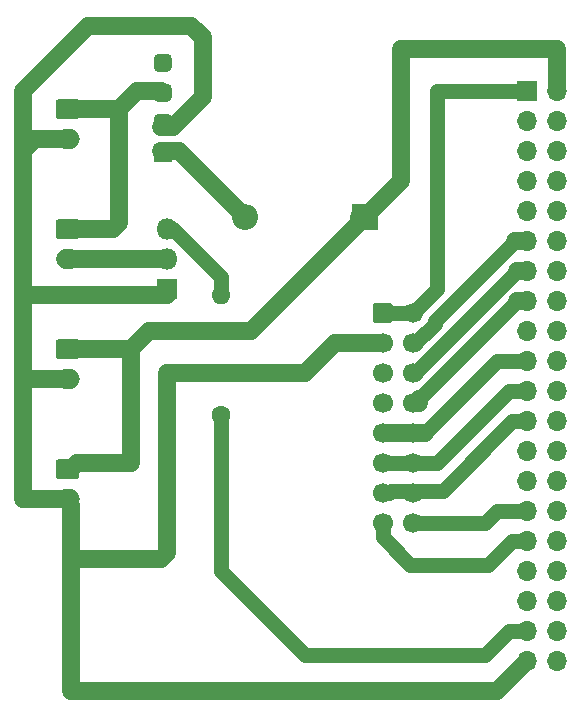
<source format=gbr>
%TF.GenerationSoftware,KiCad,Pcbnew,(5.1.8-0-10_14)*%
%TF.CreationDate,2021-03-29T15:35:27-04:00*%
%TF.ProjectId,PiHat,50694861-742e-46b6-9963-61645f706362,rev?*%
%TF.SameCoordinates,PX9b0780PY44cb540*%
%TF.FileFunction,Copper,L2,Bot*%
%TF.FilePolarity,Positive*%
%FSLAX46Y46*%
G04 Gerber Fmt 4.6, Leading zero omitted, Abs format (unit mm)*
G04 Created by KiCad (PCBNEW (5.1.8-0-10_14)) date 2021-03-29 15:35:27*
%MOMM*%
%LPD*%
G01*
G04 APERTURE LIST*
%TA.AperFunction,ComponentPad*%
%ADD10C,1.700000*%
%TD*%
%TA.AperFunction,ComponentPad*%
%ADD11O,1.700000X1.700000*%
%TD*%
%TA.AperFunction,ComponentPad*%
%ADD12R,1.700000X1.700000*%
%TD*%
%TA.AperFunction,ComponentPad*%
%ADD13O,2.000000X1.700000*%
%TD*%
%TA.AperFunction,ComponentPad*%
%ADD14R,1.524000X1.524000*%
%TD*%
%TA.AperFunction,ComponentPad*%
%ADD15O,1.800000X1.800000*%
%TD*%
%TA.AperFunction,ComponentPad*%
%ADD16R,1.800000X1.800000*%
%TD*%
%TA.AperFunction,ComponentPad*%
%ADD17O,2.200000X2.200000*%
%TD*%
%TA.AperFunction,ComponentPad*%
%ADD18R,2.200000X2.200000*%
%TD*%
%TA.AperFunction,ComponentPad*%
%ADD19C,1.600000*%
%TD*%
%TA.AperFunction,ComponentPad*%
%ADD20O,1.600000X1.600000*%
%TD*%
%TA.AperFunction,Conductor*%
%ADD21C,1.500000*%
%TD*%
%TA.AperFunction,Conductor*%
%ADD22C,1.250000*%
%TD*%
G04 APERTURE END LIST*
D10*
%TO.P,J6,16*%
%TO.N,T_IRQ*%
X35144000Y16188000D03*
%TO.P,J6,14*%
%TO.N,SLCK*%
X35144000Y18728000D03*
%TO.P,J6,12*%
%TO.N,MISO*%
X35144000Y21268000D03*
%TO.P,J6,10*%
%TO.N,MOSI*%
X35144000Y23808000D03*
%TO.P,J6,8*%
%TO.N,RESET*%
X35144000Y26348000D03*
%TO.P,J6,6*%
%TO.N,DC*%
X35144000Y28888000D03*
%TO.P,J6,4*%
%TO.N,CS*%
X35144000Y31428000D03*
%TO.P,J6,2*%
%TO.N,+3V3*%
X35144000Y33968000D03*
%TO.P,J6,15*%
%TO.N,T_CS*%
X32604000Y16188000D03*
%TO.P,J6,13*%
%TO.N,SLCK*%
X32604000Y18728000D03*
%TO.P,J6,11*%
%TO.N,MISO*%
X32604000Y21268000D03*
%TO.P,J6,9*%
%TO.N,MOSI*%
X32604000Y23808000D03*
%TO.P,J6,7*%
%TO.N,Net-(J6-Pad7)*%
X32604000Y26348000D03*
%TO.P,J6,5*%
%TO.N,Net-(J6-Pad5)*%
X32604000Y28888000D03*
%TO.P,J6,3*%
%TO.N,GND*%
X32604000Y31428000D03*
%TO.P,J6,1*%
%TO.N,+3V3*%
%TA.AperFunction,ComponentPad*%
G36*
G01*
X31754000Y33368000D02*
X31754000Y34568000D01*
G75*
G02*
X32004000Y34818000I250000J0D01*
G01*
X33204000Y34818000D01*
G75*
G02*
X33454000Y34568000I0J-250000D01*
G01*
X33454000Y33368000D01*
G75*
G02*
X33204000Y33118000I-250000J0D01*
G01*
X32004000Y33118000D01*
G75*
G02*
X31754000Y33368000I0J250000D01*
G01*
G37*
%TD.AperFunction*%
%TD*%
D11*
%TO.P,J1,40*%
%TO.N,Net-(J1-Pad40)*%
X47336000Y4504000D03*
%TO.P,J1,39*%
%TO.N,GND*%
X44796000Y4504000D03*
%TO.P,J1,38*%
%TO.N,Net-(J1-Pad38)*%
X47336000Y7044000D03*
%TO.P,J1,37*%
%TO.N,LightControl*%
X44796000Y7044000D03*
%TO.P,J1,36*%
%TO.N,Net-(J1-Pad36)*%
X47336000Y9584000D03*
%TO.P,J1,35*%
%TO.N,Net-(J1-Pad35)*%
X44796000Y9584000D03*
%TO.P,J1,34*%
%TO.N,Net-(J1-Pad34)*%
X47336000Y12124000D03*
%TO.P,J1,33*%
%TO.N,Net-(J1-Pad33)*%
X44796000Y12124000D03*
%TO.P,J1,32*%
%TO.N,Net-(J1-Pad32)*%
X47336000Y14664000D03*
%TO.P,J1,31*%
%TO.N,T_CS*%
X44796000Y14664000D03*
%TO.P,J1,30*%
%TO.N,Net-(J1-Pad30)*%
X47336000Y17204000D03*
%TO.P,J1,29*%
%TO.N,T_IRQ*%
X44796000Y17204000D03*
%TO.P,J1,28*%
%TO.N,Net-(J1-Pad28)*%
X47336000Y19744000D03*
%TO.P,J1,27*%
%TO.N,Net-(J1-Pad27)*%
X44796000Y19744000D03*
%TO.P,J1,26*%
%TO.N,Net-(J1-Pad26)*%
X47336000Y22284000D03*
%TO.P,J1,25*%
%TO.N,Net-(J1-Pad25)*%
X44796000Y22284000D03*
%TO.P,J1,24*%
%TO.N,Net-(J1-Pad24)*%
X47336000Y24824000D03*
%TO.P,J1,23*%
%TO.N,SLCK*%
X44796000Y24824000D03*
%TO.P,J1,22*%
%TO.N,Net-(J1-Pad22)*%
X47336000Y27364000D03*
%TO.P,J1,21*%
%TO.N,MISO*%
X44796000Y27364000D03*
%TO.P,J1,20*%
%TO.N,Net-(J1-Pad20)*%
X47336000Y29904000D03*
%TO.P,J1,19*%
%TO.N,MOSI*%
X44796000Y29904000D03*
%TO.P,J1,18*%
%TO.N,Net-(J1-Pad18)*%
X47336000Y32444000D03*
%TO.P,J1,17*%
%TO.N,Net-(J1-Pad17)*%
X44796000Y32444000D03*
%TO.P,J1,16*%
%TO.N,Net-(J1-Pad16)*%
X47336000Y34984000D03*
%TO.P,J1,15*%
%TO.N,RESET*%
X44796000Y34984000D03*
%TO.P,J1,14*%
%TO.N,Net-(J1-Pad14)*%
X47336000Y37524000D03*
%TO.P,J1,13*%
%TO.N,DC*%
X44796000Y37524000D03*
%TO.P,J1,12*%
%TO.N,Net-(J1-Pad12)*%
X47336000Y40064000D03*
%TO.P,J1,11*%
%TO.N,CS*%
X44796000Y40064000D03*
%TO.P,J1,10*%
%TO.N,Net-(J1-Pad10)*%
X47336000Y42604000D03*
%TO.P,J1,9*%
%TO.N,Net-(J1-Pad9)*%
X44796000Y42604000D03*
%TO.P,J1,8*%
%TO.N,Net-(J1-Pad8)*%
X47336000Y45144000D03*
%TO.P,J1,7*%
%TO.N,Net-(J1-Pad7)*%
X44796000Y45144000D03*
%TO.P,J1,6*%
%TO.N,Net-(J1-Pad6)*%
X47336000Y47684000D03*
%TO.P,J1,5*%
%TO.N,Net-(J1-Pad5)*%
X44796000Y47684000D03*
%TO.P,J1,4*%
%TO.N,Net-(J1-Pad4)*%
X47336000Y50224000D03*
%TO.P,J1,3*%
%TO.N,Net-(J1-Pad3)*%
X44796000Y50224000D03*
%TO.P,J1,2*%
%TO.N,+5V*%
X47336000Y52764000D03*
D12*
%TO.P,J1,1*%
%TO.N,+3V3*%
X44796000Y52764000D03*
%TD*%
D13*
%TO.P,J3,2*%
%TO.N,GND*%
X5934000Y28420000D03*
%TO.P,J3,1*%
%TO.N,+5V*%
%TA.AperFunction,ComponentPad*%
G36*
G01*
X5184000Y31770000D02*
X6684000Y31770000D01*
G75*
G02*
X6934000Y31520000I0J-250000D01*
G01*
X6934000Y30320000D01*
G75*
G02*
X6684000Y30070000I-250000J0D01*
G01*
X5184000Y30070000D01*
G75*
G02*
X4934000Y30320000I0J250000D01*
G01*
X4934000Y31520000D01*
G75*
G02*
X5184000Y31770000I250000J0D01*
G01*
G37*
%TD.AperFunction*%
%TD*%
%TO.P,U1,4*%
%TO.N,Net-(U1-Pad4)*%
%TA.AperFunction,ComponentPad*%
G36*
G01*
X14367000Y54388000D02*
X13605000Y54388000D01*
G75*
G02*
X13224000Y54769000I0J381000D01*
G01*
X13224000Y55531000D01*
G75*
G02*
X13605000Y55912000I381000J0D01*
G01*
X14367000Y55912000D01*
G75*
G02*
X14748000Y55531000I0J-381000D01*
G01*
X14748000Y54769000D01*
G75*
G02*
X14367000Y54388000I-381000J0D01*
G01*
G37*
%TD.AperFunction*%
%TO.P,U1,3*%
%TO.N,+12V*%
%TA.AperFunction,ComponentPad*%
G36*
G01*
X14367000Y51848000D02*
X13605000Y51848000D01*
G75*
G02*
X13224000Y52229000I0J381000D01*
G01*
X13224000Y52991000D01*
G75*
G02*
X13605000Y53372000I381000J0D01*
G01*
X14367000Y53372000D01*
G75*
G02*
X14748000Y52991000I0J-381000D01*
G01*
X14748000Y52229000D01*
G75*
G02*
X14367000Y51848000I-381000J0D01*
G01*
G37*
%TD.AperFunction*%
%TO.P,U1,2*%
%TO.N,GND*%
%TA.AperFunction,ComponentPad*%
G36*
G01*
X14367000Y49308000D02*
X13605000Y49308000D01*
G75*
G02*
X13224000Y49689000I0J381000D01*
G01*
X13224000Y50451000D01*
G75*
G02*
X13605000Y50832000I381000J0D01*
G01*
X14367000Y50832000D01*
G75*
G02*
X14748000Y50451000I0J-381000D01*
G01*
X14748000Y49689000D01*
G75*
G02*
X14367000Y49308000I-381000J0D01*
G01*
G37*
%TD.AperFunction*%
D14*
%TO.P,U1,1*%
%TO.N,Net-(D1-Pad2)*%
X13986000Y47530000D03*
%TD*%
D15*
%TO.P,Q1,3*%
%TO.N,Net-(Q1-Pad3)*%
X14316000Y41080000D03*
%TO.P,Q1,2*%
%TO.N,BlackLightGnd*%
X14316000Y38540000D03*
D16*
%TO.P,Q1,1*%
%TO.N,GND*%
X14316000Y36000000D03*
%TD*%
D17*
%TO.P,D1,2*%
%TO.N,Net-(D1-Pad2)*%
X20920000Y42096000D03*
D18*
%TO.P,D1,1*%
%TO.N,+5V*%
X31080000Y42096000D03*
%TD*%
%TO.P,J2,1*%
%TO.N,+12V*%
%TA.AperFunction,ComponentPad*%
G36*
G01*
X5184000Y52090000D02*
X6684000Y52090000D01*
G75*
G02*
X6934000Y51840000I0J-250000D01*
G01*
X6934000Y50640000D01*
G75*
G02*
X6684000Y50390000I-250000J0D01*
G01*
X5184000Y50390000D01*
G75*
G02*
X4934000Y50640000I0J250000D01*
G01*
X4934000Y51840000D01*
G75*
G02*
X5184000Y52090000I250000J0D01*
G01*
G37*
%TD.AperFunction*%
D13*
%TO.P,J2,2*%
%TO.N,GND*%
X5934000Y48740000D03*
%TD*%
%TO.P,J4,2*%
%TO.N,GND*%
X5934000Y18260000D03*
%TO.P,J4,1*%
%TO.N,+5V*%
%TA.AperFunction,ComponentPad*%
G36*
G01*
X5184000Y21610000D02*
X6684000Y21610000D01*
G75*
G02*
X6934000Y21360000I0J-250000D01*
G01*
X6934000Y20160000D01*
G75*
G02*
X6684000Y19910000I-250000J0D01*
G01*
X5184000Y19910000D01*
G75*
G02*
X4934000Y20160000I0J250000D01*
G01*
X4934000Y21360000D01*
G75*
G02*
X5184000Y21610000I250000J0D01*
G01*
G37*
%TD.AperFunction*%
%TD*%
%TO.P,J5,1*%
%TO.N,+12V*%
%TA.AperFunction,ComponentPad*%
G36*
G01*
X5184000Y41930000D02*
X6684000Y41930000D01*
G75*
G02*
X6934000Y41680000I0J-250000D01*
G01*
X6934000Y40480000D01*
G75*
G02*
X6684000Y40230000I-250000J0D01*
G01*
X5184000Y40230000D01*
G75*
G02*
X4934000Y40480000I0J250000D01*
G01*
X4934000Y41680000D01*
G75*
G02*
X5184000Y41930000I250000J0D01*
G01*
G37*
%TD.AperFunction*%
%TO.P,J5,2*%
%TO.N,BlackLightGnd*%
X5934000Y38580000D03*
%TD*%
D19*
%TO.P,R1,1*%
%TO.N,LightControl*%
X18888000Y25332000D03*
D20*
%TO.P,R1,2*%
%TO.N,Net-(Q1-Pad3)*%
X18888000Y35492000D03*
%TD*%
D21*
%TO.N,+12V*%
X6188000Y41080000D02*
X9744000Y41080000D01*
X10252000Y41588000D02*
X10252000Y51240000D01*
X9744000Y41080000D02*
X10252000Y41588000D01*
X10252000Y51240000D02*
X6188000Y51240000D01*
X11776000Y52764000D02*
X10252000Y51240000D01*
X13808000Y52764000D02*
X11776000Y52764000D01*
%TO.N,GND*%
X2124000Y28380000D02*
X5934000Y28380000D01*
X3140000Y48700000D02*
X5680000Y48700000D01*
X2124000Y47684000D02*
X3140000Y48700000D01*
X14316000Y35492000D02*
X2124000Y35492000D01*
X2124000Y35492000D02*
X2124000Y47684000D01*
X2124000Y28380000D02*
X2124000Y35492000D01*
X44796000Y4504000D02*
X42256000Y1964000D01*
X42256000Y1964000D02*
X6188000Y1964000D01*
X6188000Y1964000D02*
X6188000Y13140000D01*
X6188000Y13140000D02*
X6188000Y17712000D01*
X14316000Y28888000D02*
X26000000Y28888000D01*
X13808000Y13140000D02*
X14316000Y13648000D01*
X28540000Y31428000D02*
X32604000Y31428000D01*
X26000000Y28888000D02*
X28540000Y31428000D01*
X14316000Y13648000D02*
X14316000Y28888000D01*
X6188000Y13140000D02*
X13808000Y13140000D01*
X5680000Y18220000D02*
X2124000Y18220000D01*
X2124000Y18220000D02*
X2124000Y28380000D01*
X13808000Y49716000D02*
X14824000Y49716000D01*
X17364000Y57336000D02*
X16388990Y58311010D01*
X14824000Y49716000D02*
X17364000Y52256000D01*
X17364000Y52256000D02*
X17364000Y57336000D01*
X16388990Y58311010D02*
X7671010Y58311010D01*
X2124000Y52764000D02*
X2124000Y47684000D01*
X7671010Y58311010D02*
X2124000Y52764000D01*
%TO.N,+5V*%
X11268000Y30920000D02*
X11268000Y21268000D01*
X11268000Y30920000D02*
X5680000Y30920000D01*
X6696000Y21268000D02*
X6188000Y20760000D01*
X11268000Y21268000D02*
X6696000Y21268000D01*
X12792000Y32444000D02*
X11268000Y30920000D01*
X21428000Y32444000D02*
X12792000Y32444000D01*
X47336000Y52764000D02*
X47336000Y56320000D01*
X47336000Y56320000D02*
X34128000Y56320000D01*
X34128000Y45144000D02*
X31080000Y42096000D01*
X34128000Y56320000D02*
X34128000Y45144000D01*
X30572000Y42096000D02*
X30572000Y41588000D01*
X22952000Y33968000D02*
X21428000Y32444000D01*
X26000000Y37016000D02*
X22952000Y33968000D01*
X30572000Y41588000D02*
X22952000Y33968000D01*
D22*
%TO.N,LightControl*%
X26000000Y5012000D02*
X18888000Y12124000D01*
X41240000Y5012000D02*
X26000000Y5012000D01*
X43272000Y7044000D02*
X41240000Y5012000D01*
X18888000Y12124000D02*
X18888000Y24824000D01*
X44796000Y7044000D02*
X43272000Y7044000D01*
D21*
%TO.N,Net-(D1-Pad2)*%
X15332000Y47684000D02*
X13808000Y47684000D01*
X20920000Y42096000D02*
X15332000Y47684000D01*
D22*
%TO.N,Net-(Q1-Pad3)*%
X18888000Y37016000D02*
X14824000Y41080000D01*
X18888000Y35492000D02*
X18888000Y37016000D01*
D21*
%TO.N,BlackLightGnd*%
X14316000Y38540000D02*
X5680000Y38540000D01*
D22*
%TO.N,SLCK*%
X43593919Y24824000D02*
X37684000Y18914081D01*
X44796000Y24824000D02*
X43593919Y24824000D01*
X33298081Y18914081D02*
X33112000Y18728000D01*
X37684000Y18914081D02*
X33298081Y18914081D01*
D21*
%TO.N,MOSI*%
X36160000Y23808000D02*
X33112000Y23808000D01*
D22*
X42256000Y29904000D02*
X36160000Y23808000D01*
X44288000Y29904000D02*
X42256000Y29904000D01*
%TO.N,MISO*%
X44796000Y27364000D02*
X43272000Y27364000D01*
X43272000Y27364000D02*
X37176000Y21268000D01*
X37176000Y21268000D02*
X33112000Y21268000D01*
%TO.N,T_IRQ*%
X44796000Y17204000D02*
X42256000Y17204000D01*
X41240000Y16188000D02*
X35652000Y16188000D01*
X42256000Y17204000D02*
X41240000Y16188000D01*
%TO.N,RESET*%
X43978002Y34984000D02*
X35652000Y26657998D01*
D21*
X35652000Y26657998D02*
X35652000Y26348000D01*
X44796000Y34984000D02*
X43978002Y34984000D01*
%TO.N,DC*%
X35342002Y28888000D02*
X35144000Y28888000D01*
D22*
X43978002Y37524000D02*
X35342002Y28888000D01*
D21*
X44288000Y37524000D02*
X43978002Y37524000D01*
%TO.N,CS*%
X44796000Y40064000D02*
X43780000Y40064000D01*
X35342002Y31428000D02*
X35144000Y31428000D01*
D22*
X36994001Y33079999D02*
X35342002Y31428000D01*
X36994001Y33278001D02*
X36994001Y33079999D01*
X43780000Y40064000D02*
X36994001Y33278001D01*
%TO.N,+3V3*%
X44796000Y52764000D02*
X37176000Y52764000D01*
X37176000Y36000000D02*
X35144000Y33968000D01*
X37176000Y52764000D02*
X37176000Y36000000D01*
X35144000Y33968000D02*
X32604000Y33968000D01*
%TO.N,T_CS*%
X43593919Y14664000D02*
X41561919Y12632000D01*
X44796000Y14664000D02*
X43593919Y14664000D01*
X32604000Y14985919D02*
X32604000Y16188000D01*
X34957919Y12632000D02*
X32604000Y14985919D01*
X41561919Y12632000D02*
X34957919Y12632000D01*
%TD*%
M02*

</source>
